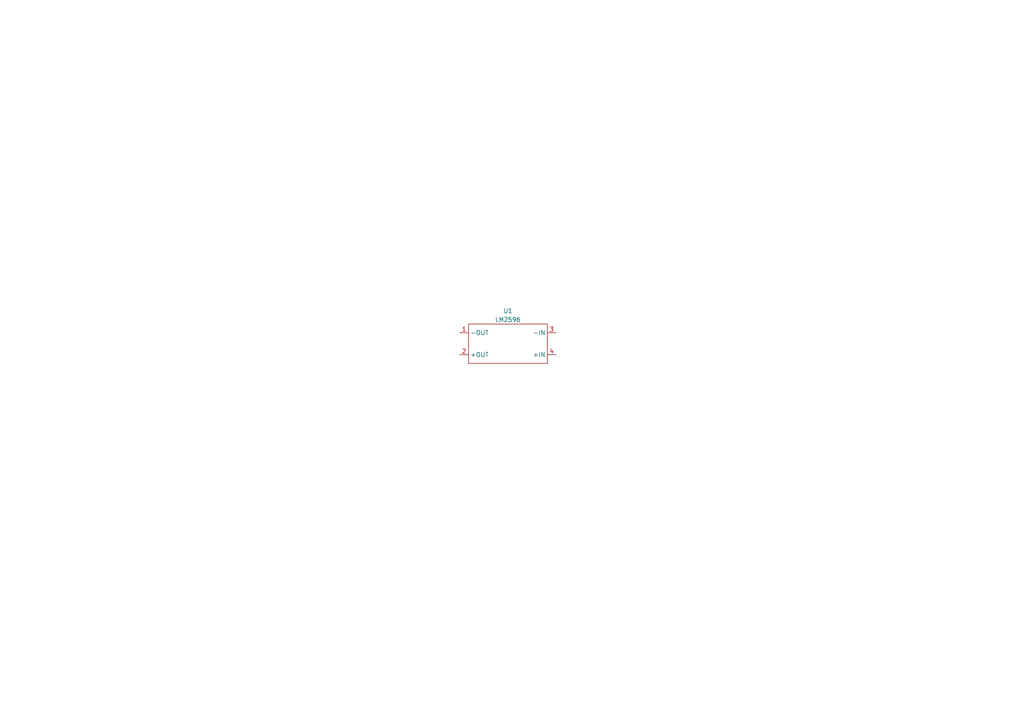
<source format=kicad_sch>
(kicad_sch (version 20230121) (generator eeschema)
  (paper "A4")
  (title_block (title "Solar Compute Migration Buck Converter") (date "2023-03-12") (company "Virginia Tech") (comment 1 "Authored by Muhua Zhou"))
  (lib_symbols
    (symbol "LM2596:LM2596"
      (property "Reference" "U" (at 0 7.62 0))
      (property "Value" "LM2596" (at 0 -7.62 0))
      (symbol "LM2596_0_1"
        (rectangle (start -11.43 6.35) (end 11.43 -5.08))
      )
      (symbol "LM2596_1_1"
        (pin output line (at -13.97 3.81 0) (length 2.54) (name "-OUT") (number "1"))
        (pin output line (at -13.97 -2.54 0) (length 2.54) (name "+OUT") (number "2"))
        (pin input line (at 13.97 3.81 180) (length 2.54) (name "-IN") (number "3"))
        (pin input line (at 13.97 -2.54 180) (length 2.54) (name "+IN") (number "4"))
      )
    )
  )
  (symbol (lib_id "LM2596:LM2596") (at 147.32 100.33 0) (unit 1)
    (property "Reference" "U1" (at 147.32 90.17 0))
    (property "Value" "LM2596" (at 147.32 92.71 0))
  )
)
</source>
